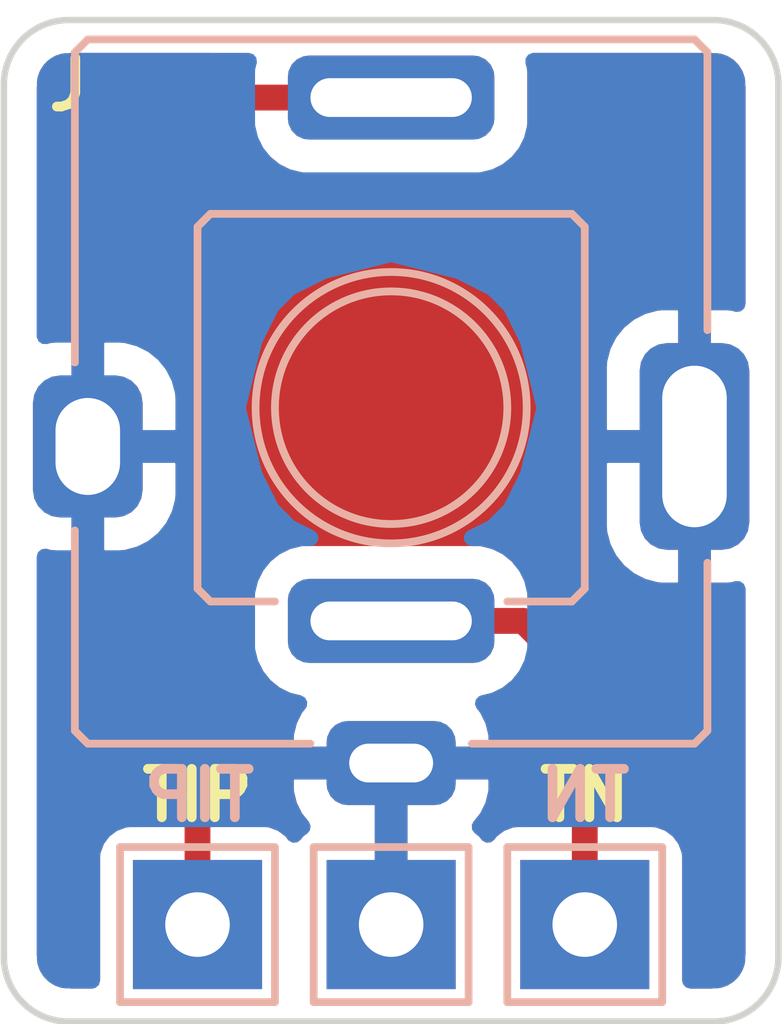
<source format=kicad_pcb>
(kicad_pcb (version 20211014) (generator pcbnew)
  (layers (0 "F.Cu" signal) (31 "B.Cu" signal) (34 "B.Paste" user) (35 "F.Paste" user) (36 "B.SilkS" user "B.Silkscreen") (37 "F.SilkS" user "F.Silkscreen") (38 "B.Mask" user) (39 "F.Mask" user) (44 "Edge.Cuts" user))
  (net 0 "")
  (net 1 "/S")
  (net 2 "/T")
  (net 3 "/TN")
  (footprint "TestPoint:TestPoint_THTPad_2.0x2.0mm_Drill1.0mm" (layer "B.Cu") (at 22 34 180)
    (fp_text reference "J2" hide)
    (fp_text value "TIP" (at -0.025 2) (layer "B.SilkS") (effects (font (size 0.75 0.75)) (justify mirror)))
    (fp_line (start -1.2 -1.2) (end -1.2 1.2) (layer "B.SilkS") (width 0.12))
    (fp_line (start -1.2 1.2) (end 1.2 1.2) (layer "B.SilkS") (width 0.12))
    (fp_line (start 1.2 -1.2) (end -1.2 -1.2) (layer "B.SilkS") (width 0.12))
    (fp_line (start 1.2 1.2) (end 1.2 -1.2) (layer "B.SilkS") (width 0.12))
    (pad "1" thru_hole rect locked (at 0 0 180) (size 2 2) (drill 1) (layers *.Cu *.Mask) (net 2 "/T"))
  )
  (footprint "TestPoint:TestPoint_THTPad_2.0x2.0mm_Drill1.0mm" (layer "B.Cu") (at 25 34 180)
    (fp_text reference "J1" hide)
    (fp_text value "S" hide)
    (fp_line (start -1.2 1.2) (end 1.2 1.2) (layer "B.SilkS") (width 0.12))
    (fp_line (start 1.2 -1.2) (end -1.2 -1.2) (layer "B.SilkS") (width 0.12))
    (fp_line (start -1.2 -1.2) (end -1.2 1.2) (layer "B.SilkS") (width 0.12))
    (fp_line (start 1.2 1.2) (end 1.2 -1.2) (layer "B.SilkS") (width 0.12))
    (pad "1" thru_hole rect locked (at 0 0 180) (size 2 2) (drill 1) (layers *.Cu *.Mask) (net 1 "/S"))
  )
  (footprint "TestPoint:TestPoint_THTPad_2.0x2.0mm_Drill1.0mm" (layer "B.Cu") (at 28 34 180)
    (fp_text reference "J3" hide)
    (fp_text value "TN" (at 0 2) (layer "B.SilkS") (effects (font (size 0.75 0.75)) (justify mirror)))
    (fp_line (start -1.2 -1.2) (end -1.2 1.2) (layer "B.SilkS") (width 0.12))
    (fp_line (start 1.2 -1.2) (end -1.2 -1.2) (layer "B.SilkS") (width 0.12))
    (fp_line (start 1.2 1.2) (end 1.2 -1.2) (layer "B.SilkS") (width 0.12))
    (fp_line (start -1.2 1.2) (end 1.2 1.2) (layer "B.SilkS") (width 0.12))
    (pad "1" thru_hole rect locked (at 0 0 180) (size 2 2) (drill 1) (layers *.Cu *.Mask) (net 3 "/TN"))
  )
  (footprint "Protorack:QingPu_WQP-WQP518MA-BM_Combined" (layer "B.Cu") (at 25 26 180)
    (fp_text reference "J4" hide)
    (fp_text value "WQP518MA-BM_Combined" hide)
    (fp_line (start -3 -2.8) (end -3 2.8) (layer "B.SilkS") (width 0.12))
    (fp_line (start -4.9 -5) (end -4.9 -2.4) (layer "B.SilkS") (width 0.12))
    (fp_line (start -4.7 -5.2) (end -1.25 -5.2) (layer "B.SilkS") (width 0.12))
    (fp_line (start -4.9 5.5) (end -4.9 1.2) (layer "B.SilkS") (width 0.12))
    (fp_line (start 2.8 3) (end 3 2.8) (layer "B.SilkS") (width 0.12))
    (fp_line (start -3 -2.8) (end -2.8 -3) (layer "B.SilkS") (width 0.12))
    (fp_line (start -4.7 -5.2) (end -4.9 -5) (layer "B.SilkS") (width 0.12))
    (fp_line (start -4.9 5.5) (end -4.7 5.7) (layer "B.SilkS") (width 0.12))
    (fp_line (start -2.8 3) (end 2.8 3) (layer "B.SilkS") (width 0.12))
    (fp_line (start 2.8 -3) (end 3 -2.8) (layer "B.SilkS") (width 0.12))
    (fp_line (start 4.9 5.5) (end 4.9 0.7) (layer "B.SilkS") (width 0.12))
    (fp_line (start 4.9 5.5) (end 4.7 5.7) (layer "B.SilkS") (width 0.12))
    (fp_line (start 1.25 -5.2) (end 4.7 -5.2) (layer "B.SilkS") (width 0.12))
    (fp_line (start -3 2.8) (end -2.8 3) (layer "B.SilkS") (width 0.12))
    (fp_line (start 4.9 -5) (end 4.9 -1.9) (layer "B.SilkS") (width 0.12))
    (fp_line (start 4.7 -5.2) (end 4.9 -5) (layer "B.SilkS") (width 0.12))
    (fp_line (start -1.8 -3) (end -2.8 -3) (layer "B.SilkS") (width 0.12))
    (fp_line (start 1.8 -3) (end 2.8 -3) (layer "B.SilkS") (width 0.12))
    (fp_line (start 3 -2.8) (end 3 2.8) (layer "B.SilkS") (width 0.12))
    (fp_line (start -4.7 5.7) (end 4.7 5.7) (layer "B.SilkS") (width 0.12))
    (fp_circle (center 0 0) (end 0 1.8) (layer "B.SilkS") (width 0.12) (fill none))
    (fp_circle (center 0 0) (end 0 2.1) (layer "B.SilkS") (width 0.12) (fill none))
    (pad "S" thru_hole roundrect (at 4.7 -0.6 180) (size 1.7 2.2) (drill oval 1 1.5) (layers *.Cu *.Mask) (net 1 "/S"))
    (pad "S" thru_hole roundrect (at -4.7 -0.6 180) (size 1.7 3.2) (drill oval 1 2.5) (layers *.Cu *.Mask) (net 1 "/S"))
    (pad "S" thru_hole roundrect (at 0 -5.5 180) (size 2 1.3) (drill oval 1.3 0.6) (layers *.Cu *.Mask) (net 1 "/S"))
    (pad "T" thru_hole roundrect (at 0 4.8 180) (size 3.2 1.3) (drill oval 2.5 0.6) (layers *.Cu *.Mask) (net 2 "/T"))
    (pad "TN" thru_hole roundrect (at 0 -3.3 180) (size 3.2 1.3) (drill oval 2.5 0.6) (layers *.Cu *.Mask) (net 3 "/TN"))
    (zone (net 0) (net_name "") (layer "B.Cu") (connect_pads (clearance 0)) (min_thickness 0.254)
      (keepout (tracks not_allowed) (vias not_allowed) (pads not_allowed) (copperpour not_allowed) (footprints allowed))
      (fill (thermal_gap 0.508) (thermal_bridge_width 0.508))
      (polygon (pts (xy 24 24) (xy 23.5 24.25) (xy 23.25 24.5) (xy 23 25) (xy 22.75 26) (xy 23 27) (xy 23.25 27.5) (xy 23.5 27.75) (xy 24 28) (xy 25 28.25) (xy 26 28) (xy 26.5 27.75) (xy 26.75 27.5) (xy 27 27) (xy 27.25 26) (xy 27 25) (xy 26.75 24.5) (xy 26.5 24.25) (xy 26 24) (xy 25 23.75)))
    )
  )
  (gr_line (start 31 21) (end 31 34.5) (layer "Edge.Cuts") (width 0.1))
  (gr_line (start 19 34.5) (end 19 21) (layer "Edge.Cuts") (width 0.1))
  (gr_arc (start 31 34.5) (mid 30.707107 35.207107) (end 30 35.5) (layer "Edge.Cuts") (width 0.1))
  (gr_arc (start 20 35.5) (mid 19.292893 35.207107) (end 19 34.5) (layer "Edge.Cuts") (width 0.1))
  (gr_line (start 20 20) (end 30 20) (layer "Edge.Cuts") (width 0.1))
  (gr_arc (start 30 20) (mid 30.707107 20.292893) (end 31 21) (layer "Edge.Cuts") (width 0.1))
  (gr_line (start 30 35.5) (end 20 35.5) (layer "Edge.Cuts") (width 0.1))
  (gr_arc (start 19 21) (mid 19.292893 20.292893) (end 20 20) (layer "Edge.Cuts") (width 0.1))
  (gr_text "TIP" (at 22 32) (layer "F.SilkS") (effects (font (size 0.75 0.75))))
  (gr_text "J" (at 20 21) (layer "F.SilkS") (effects (font (size 0.75 0.75))))
  (gr_text "TN" (at 28 32) (layer "F.SilkS") (effects (font (size 0.75 0.75))))
  (segment (start 22 34) (end 22 22) (width 0.4) (layer "F.Cu") (net 2))
  (segment (start 22 22) (end 22.8 21.2) (width 0.4) (layer "F.Cu") (net 2))
  (segment (start 22.8 21.2) (end 25 21.2) (width 0.4) (layer "F.Cu") (net 2))
  (segment (start 27.05 29.3) (end 25 29.3) (width 0.4) (layer "F.Cu") (net 3))
  (segment (start 28 30.25) (end 27.05 29.3) (width 0.4) (layer "F.Cu") (net 3))
  (segment (start 28 34) (end 28 30.25) (width 0.4) (layer "F.Cu") (net 3))
  (zone (net 1) (net_name "/S") (layers F&B.Cu) (connect_pads (clearance 0.508)) (min_thickness 0.254) (fill yes (thermal_gap 0.508) (thermal_bridge_width 0.508))
    (polygon (pts (xy 31 35.5) (xy 19 35.5) (xy 19 20) (xy 31 20)))
  )
)
</source>
